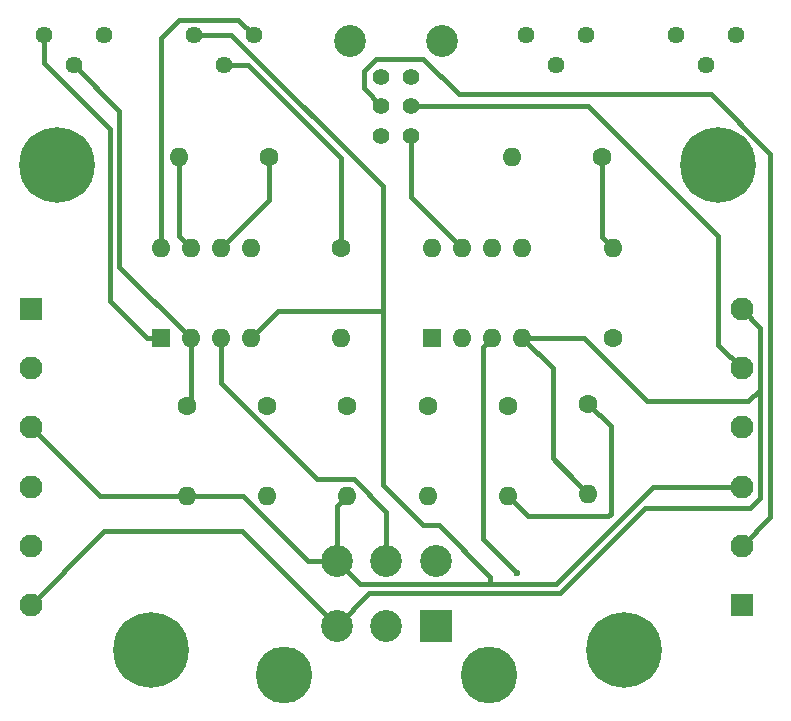
<source format=gtl>
%TF.GenerationSoftware,KiCad,Pcbnew,8.0.3*%
%TF.CreationDate,2024-07-01T16:11:10-07:00*%
%TF.ProjectId,gofaster,676f6661-7374-4657-922e-6b696361645f,rev?*%
%TF.SameCoordinates,Original*%
%TF.FileFunction,Copper,L1,Top*%
%TF.FilePolarity,Positive*%
%FSLAX46Y46*%
G04 Gerber Fmt 4.6, Leading zero omitted, Abs format (unit mm)*
G04 Created by KiCad (PCBNEW 8.0.3) date 2024-07-01 16:11:10*
%MOMM*%
%LPD*%
G01*
G04 APERTURE LIST*
%TA.AperFunction,ComponentPad*%
%ADD10C,1.600000*%
%TD*%
%TA.AperFunction,ComponentPad*%
%ADD11O,1.600000X1.600000*%
%TD*%
%TA.AperFunction,ComponentPad*%
%ADD12C,1.440000*%
%TD*%
%TA.AperFunction,ComponentPad*%
%ADD13R,1.950000X1.950000*%
%TD*%
%TA.AperFunction,ComponentPad*%
%ADD14C,1.950000*%
%TD*%
%TA.AperFunction,ComponentPad*%
%ADD15R,1.600000X1.600000*%
%TD*%
%TA.AperFunction,ComponentPad*%
%ADD16R,2.700000X2.700000*%
%TD*%
%TA.AperFunction,ComponentPad*%
%ADD17C,2.700000*%
%TD*%
%TA.AperFunction,ComponentPad*%
%ADD18C,4.800000*%
%TD*%
%TA.AperFunction,ComponentPad*%
%ADD19C,1.400000*%
%TD*%
%TA.AperFunction,ComponentPad*%
%ADD20C,6.400000*%
%TD*%
%TA.AperFunction,ViaPad*%
%ADD21C,0.600000*%
%TD*%
%TA.AperFunction,Conductor*%
%ADD22C,0.400000*%
%TD*%
G04 APERTURE END LIST*
D10*
%TO.P,R26,1*%
%TO.N,Net-(R25-Pad2)*%
X154100000Y-128630000D03*
D11*
%TO.P,R26,2*%
%TO.N,Net-(U2B--)*%
X154100000Y-121010000D03*
%TD*%
D12*
%TO.P,R15,1,1*%
%TO.N,/G1*%
X118590000Y-103000000D03*
%TO.P,R15,2,2*%
%TO.N,Net-(R15-Pad2)*%
X121130000Y-105540000D03*
%TO.P,R15,3,3*%
%TO.N,/V1*%
X123670000Y-103000000D03*
%TD*%
D13*
%TO.P,J3,1,Pin_1*%
%TO.N,/V1*%
X104852382Y-126200000D03*
D14*
%TO.P,J3,2,Pin_2*%
%TO.N,/S1_foot*%
X104852382Y-131200000D03*
%TO.P,J3,3,Pin_3*%
%TO.N,/G1*%
X104852382Y-136200000D03*
%TO.P,J3,4,Pin_4*%
%TO.N,/V2*%
X104852382Y-141200000D03*
%TO.P,J3,5,Pin_5*%
%TO.N,/S2_foot*%
X104852382Y-146200000D03*
%TO.P,J3,6,Pin_6*%
%TO.N,/G2*%
X104852382Y-151200000D03*
%TD*%
D15*
%TO.P,U2,1*%
%TO.N,Net-(R22-Pad1)*%
X138800000Y-128620000D03*
D11*
%TO.P,U2,2,-*%
%TO.N,Net-(U2A--)*%
X141340000Y-128620000D03*
%TO.P,U2,3,+*%
%TO.N,/S2*%
X143880000Y-128620000D03*
%TO.P,U2,4,V-*%
%TO.N,/G2*%
X146420000Y-128620000D03*
%TO.P,U2,5,+*%
%TO.N,Net-(U2B-+)*%
X146420000Y-121000000D03*
%TO.P,U2,6,-*%
%TO.N,Net-(U2B--)*%
X143880000Y-121000000D03*
%TO.P,U2,7*%
%TO.N,/S2_hand*%
X141340000Y-121000000D03*
%TO.P,U2,8,V+*%
%TO.N,/V2*%
X138800000Y-121000000D03*
%TD*%
D10*
%TO.P,R24,1*%
%TO.N,Net-(U2B-+)*%
X152000000Y-134190000D03*
D11*
%TO.P,R24,2*%
%TO.N,/G2*%
X152000000Y-141810000D03*
%TD*%
D15*
%TO.P,U1,1*%
%TO.N,Net-(R12-Pad1)*%
X115800000Y-128620000D03*
D11*
%TO.P,U1,2,-*%
%TO.N,Net-(U1A--)*%
X118340000Y-128620000D03*
%TO.P,U1,3,+*%
%TO.N,/S1*%
X120880000Y-128620000D03*
%TO.P,U1,4,V-*%
%TO.N,/G1*%
X123420000Y-128620000D03*
%TO.P,U1,5,+*%
%TO.N,Net-(U1B-+)*%
X123420000Y-121000000D03*
%TO.P,U1,6,-*%
%TO.N,Net-(U1B--)*%
X120880000Y-121000000D03*
%TO.P,U1,7*%
%TO.N,/S1_hand*%
X118340000Y-121000000D03*
%TO.P,U1,8,V+*%
%TO.N,/V1*%
X115800000Y-121000000D03*
%TD*%
D10*
%TO.P,R11,1*%
%TO.N,Net-(U1A--)*%
X118000000Y-134380000D03*
D11*
%TO.P,R11,2*%
%TO.N,/G1*%
X118000000Y-142000000D03*
%TD*%
D12*
%TO.P,R12,1,1*%
%TO.N,Net-(R12-Pad1)*%
X105920000Y-103000000D03*
%TO.P,R12,2,2*%
%TO.N,Net-(U1A--)*%
X108460000Y-105540000D03*
%TO.P,R12,3,3*%
%TO.N,unconnected-(R12-Pad3)*%
X111000000Y-103000000D03*
%TD*%
%TO.P,R25,1,1*%
%TO.N,/G2*%
X159450000Y-103000000D03*
%TO.P,R25,2,2*%
%TO.N,Net-(R25-Pad2)*%
X161990000Y-105540000D03*
%TO.P,R25,3,3*%
%TO.N,/V2*%
X164530000Y-103000000D03*
%TD*%
D16*
%TO.P,J2,1,1*%
%TO.N,/V2*%
X139126191Y-153000000D03*
D17*
%TO.P,J2,2,2*%
%TO.N,/V1*%
X139126191Y-147500000D03*
%TO.P,J2,3,3*%
%TO.N,/S2*%
X134926191Y-153000000D03*
%TO.P,J2,4,4*%
%TO.N,/S1*%
X134926191Y-147500000D03*
%TO.P,J2,5,5*%
%TO.N,/G2*%
X130726191Y-153000000D03*
%TO.P,J2,6,6*%
%TO.N,/G1*%
X130726191Y-147500000D03*
D18*
%TO.P,J2,MH1,MH1*%
%TO.N,unconnected-(J2-PadMH1)*%
X126226191Y-157200000D03*
%TO.P,J2,MH2,MH2*%
%TO.N,unconnected-(J2-PadMH2)*%
X143626191Y-157200000D03*
%TD*%
D19*
%TO.P,SW1,1,A*%
%TO.N,/S1_foot*%
X134500000Y-106500000D03*
%TO.P,SW1,2,B*%
%TO.N,/S1_out*%
X134500000Y-109000000D03*
%TO.P,SW1,3,C*%
%TO.N,/S1_hand*%
X134500000Y-111500000D03*
%TO.P,SW1,4,A*%
%TO.N,/S2_foot*%
X137000000Y-106500000D03*
%TO.P,SW1,5,B*%
%TO.N,/S2_out*%
X137000000Y-109000000D03*
%TO.P,SW1,6,C*%
%TO.N,/S2_hand*%
X137000000Y-111500000D03*
D17*
%TO.P,SW1,MH1*%
%TO.N,N/C*%
X139650000Y-103450000D03*
%TO.P,SW1,MH2*%
X131850000Y-103450000D03*
%TD*%
D20*
%TO.P,REF\u002A\u002A,1*%
%TO.N,N/C*%
X163000000Y-114000000D03*
%TD*%
D10*
%TO.P,R17,1*%
%TO.N,Net-(U1B--)*%
X124950000Y-113300000D03*
D11*
%TO.P,R17,2*%
%TO.N,/S1_hand*%
X117330000Y-113300000D03*
%TD*%
D10*
%TO.P,R16,1*%
%TO.N,Net-(R15-Pad2)*%
X131100000Y-121010000D03*
D11*
%TO.P,R16,2*%
%TO.N,Net-(U1B--)*%
X131100000Y-128630000D03*
%TD*%
D10*
%TO.P,R21,1*%
%TO.N,Net-(U2A--)*%
X138400000Y-134380000D03*
D11*
%TO.P,R21,2*%
%TO.N,/G2*%
X138400000Y-142000000D03*
%TD*%
D20*
%TO.P,REF\u002A\u002A,1*%
%TO.N,N/C*%
X107000000Y-114000000D03*
%TD*%
D13*
%TO.P,J1,1,Pin_1*%
%TO.N,/V1*%
X165000000Y-151200000D03*
D14*
%TO.P,J1,2,Pin_2*%
%TO.N,/S1_out*%
X165000000Y-146200000D03*
%TO.P,J1,3,Pin_3*%
%TO.N,/G1*%
X165000000Y-141200000D03*
%TO.P,J1,4,Pin_4*%
%TO.N,/V2*%
X165000000Y-136200000D03*
%TO.P,J1,5,Pin_5*%
%TO.N,/S2_out*%
X165000000Y-131200000D03*
%TO.P,J1,6,Pin_6*%
%TO.N,/G2*%
X165000000Y-126200000D03*
%TD*%
D12*
%TO.P,R22,1,1*%
%TO.N,Net-(R22-Pad1)*%
X146780000Y-103000000D03*
%TO.P,R22,2,2*%
%TO.N,Net-(U2A--)*%
X149320000Y-105540000D03*
%TO.P,R22,3,3*%
%TO.N,unconnected-(R22-Pad3)*%
X151860000Y-103000000D03*
%TD*%
D20*
%TO.P,REF\u002A\u002A,1*%
%TO.N,N/C*%
X115000000Y-155000000D03*
%TD*%
D10*
%TO.P,R14,1*%
%TO.N,Net-(U1B-+)*%
X131600000Y-134380000D03*
D11*
%TO.P,R14,2*%
%TO.N,/G1*%
X131600000Y-142000000D03*
%TD*%
D10*
%TO.P,R27,1*%
%TO.N,Net-(U2B--)*%
X153140000Y-113300000D03*
D11*
%TO.P,R27,2*%
%TO.N,/S2_hand*%
X145520000Y-113300000D03*
%TD*%
D20*
%TO.P,REF\u002A\u002A,1*%
%TO.N,N/C*%
X155000000Y-155000000D03*
%TD*%
D10*
%TO.P,R23,1*%
%TO.N,Net-(R22-Pad1)*%
X145200000Y-134380000D03*
D11*
%TO.P,R23,2*%
%TO.N,Net-(U2B-+)*%
X145200000Y-142000000D03*
%TD*%
D10*
%TO.P,R13,1*%
%TO.N,Net-(R12-Pad1)*%
X124800000Y-134380000D03*
D11*
%TO.P,R13,2*%
%TO.N,Net-(U1B-+)*%
X124800000Y-142000000D03*
%TD*%
D21*
%TO.N,/S2*%
X146000000Y-148550000D03*
%TD*%
D22*
%TO.N,/V1*%
X123670000Y-103000000D02*
X122350000Y-101680000D01*
X117320000Y-101680000D02*
X115800000Y-103200000D01*
X115800000Y-103200000D02*
X115800000Y-121000000D01*
X122350000Y-101680000D02*
X117320000Y-101680000D01*
%TO.N,/G1*%
X110652382Y-142000000D02*
X104852382Y-136200000D01*
X130726191Y-147500000D02*
X130726191Y-142873809D01*
X134600000Y-126300000D02*
X134600000Y-141100000D01*
X132676191Y-149450000D02*
X143700000Y-149450000D01*
X130726191Y-147500000D02*
X128320101Y-147500000D01*
X128320101Y-147500000D02*
X122820101Y-142000000D01*
X121000000Y-142000000D02*
X118000000Y-142000000D01*
X118000000Y-142000000D02*
X110652382Y-142000000D01*
X138000000Y-144500000D02*
X139368629Y-144500000D01*
X134600000Y-126300000D02*
X125740000Y-126300000D01*
X130726191Y-142873809D02*
X131600000Y-142000000D01*
X157494618Y-141200000D02*
X165000000Y-141200000D01*
X130726191Y-147500000D02*
X132676191Y-149450000D01*
X143700000Y-148831371D02*
X143700000Y-149450000D01*
X125740000Y-126300000D02*
X123420000Y-128620000D01*
X121803238Y-103000000D02*
X134600000Y-115796762D01*
X118590000Y-103000000D02*
X121803238Y-103000000D01*
X149244618Y-149450000D02*
X157494618Y-141200000D01*
X143700000Y-149450000D02*
X149244618Y-149450000D01*
X134600000Y-141100000D02*
X138000000Y-144500000D01*
X134600000Y-115796762D02*
X134600000Y-126300000D01*
X139368629Y-144500000D02*
X143700000Y-148831371D01*
X122820101Y-142000000D02*
X121000000Y-142000000D01*
%TO.N,/G2*%
X165727387Y-143000000D02*
X166575000Y-142152387D01*
X156825988Y-143000000D02*
X165727387Y-143000000D01*
X166575000Y-127775000D02*
X165000000Y-126200000D01*
X107652382Y-148347618D02*
X111000000Y-145000000D01*
X104852382Y-151200000D02*
X107652382Y-148400000D01*
X166575000Y-133000000D02*
X166575000Y-127775000D01*
X130726191Y-153000000D02*
X133476191Y-150250000D01*
X152000000Y-141810000D02*
X149190000Y-139000000D01*
X122726191Y-145000000D02*
X130726191Y-153000000D01*
X166575000Y-142152387D02*
X166575000Y-133000000D01*
X149000000Y-138810000D02*
X149000000Y-131200000D01*
X151620000Y-128620000D02*
X157000000Y-134000000D01*
X149575988Y-150250000D02*
X156825988Y-143000000D01*
X149000000Y-131200000D02*
X146420000Y-128620000D01*
X146420000Y-128620000D02*
X151620000Y-128620000D01*
X111000000Y-145000000D02*
X122726191Y-145000000D01*
X165575000Y-134000000D02*
X166575000Y-133000000D01*
X157000000Y-134000000D02*
X165575000Y-134000000D01*
X152000000Y-141810000D02*
X149000000Y-138810000D01*
X107652382Y-148400000D02*
X107652382Y-148347618D01*
X133476191Y-150250000D02*
X149575988Y-150250000D01*
%TO.N,/S2*%
X143080001Y-129419999D02*
X143080001Y-145630001D01*
X143080001Y-145630001D02*
X146000000Y-148550000D01*
X143880000Y-128620000D02*
X143080001Y-129419999D01*
%TO.N,Net-(U1A--)*%
X118340000Y-134040000D02*
X118000000Y-134380000D01*
X112300000Y-109380000D02*
X112300000Y-122580000D01*
X118340000Y-128620000D02*
X118340000Y-134040000D01*
X108460000Y-105540000D02*
X112300000Y-109380000D01*
X112300000Y-122580000D02*
X118340000Y-128620000D01*
%TO.N,Net-(R12-Pad1)*%
X105920000Y-103000000D02*
X105920000Y-105320000D01*
X111500000Y-125500000D02*
X114620000Y-128620000D01*
X111500000Y-110900000D02*
X111500000Y-125500000D01*
X114620000Y-128620000D02*
X115800000Y-128620000D01*
X105920000Y-105320000D02*
X111500000Y-110900000D01*
%TO.N,Net-(R15-Pad2)*%
X123211868Y-105540000D02*
X121130000Y-105540000D01*
X131100000Y-113428132D02*
X123211868Y-105540000D01*
X131100000Y-121010000D02*
X131100000Y-113428132D01*
%TO.N,Net-(U1B--)*%
X124950000Y-116930000D02*
X120880000Y-121000000D01*
X124950000Y-113300000D02*
X124950000Y-116930000D01*
%TO.N,/S1_hand*%
X117330000Y-119990000D02*
X118340000Y-121000000D01*
X117330000Y-113300000D02*
X117330000Y-119990000D01*
%TO.N,Net-(U2B-+)*%
X153700000Y-143700000D02*
X153900000Y-143500000D01*
X146900000Y-143700000D02*
X153700000Y-143700000D01*
X153900000Y-136090000D02*
X152000000Y-134190000D01*
X153900000Y-143500000D02*
X153900000Y-136090000D01*
X145200000Y-142000000D02*
X146900000Y-143700000D01*
%TO.N,Net-(U2B--)*%
X153140000Y-113300000D02*
X153140000Y-120050000D01*
X153140000Y-120050000D02*
X154100000Y-121010000D01*
%TO.N,/S2_out*%
X163000000Y-129200000D02*
X165000000Y-131200000D01*
X137000000Y-109000000D02*
X152000000Y-109000000D01*
X163000000Y-120000000D02*
X163000000Y-129200000D01*
X152000000Y-109000000D02*
X163000000Y-120000000D01*
%TO.N,/S1_out*%
X141038478Y-108000000D02*
X138038478Y-105000000D01*
X133000000Y-106000000D02*
X133000000Y-107500000D01*
X138038478Y-105000000D02*
X134000000Y-105000000D01*
X134000000Y-105000000D02*
X133000000Y-106000000D01*
X167400000Y-113025988D02*
X162374012Y-108000000D01*
X165000000Y-146200000D02*
X167400000Y-143800000D01*
X167400000Y-143800000D02*
X167400000Y-113025988D01*
X162374012Y-108000000D02*
X141038478Y-108000000D01*
X133000000Y-107500000D02*
X134500000Y-109000000D01*
%TO.N,/S1*%
X120880000Y-132439899D02*
X129040101Y-140600000D01*
X132179899Y-140600000D02*
X134926191Y-143346292D01*
X120880000Y-128620000D02*
X120880000Y-132439899D01*
X129040101Y-140600000D02*
X132179899Y-140600000D01*
X134926191Y-143346292D02*
X134926191Y-147500000D01*
%TO.N,/S2_hand*%
X137000000Y-111500000D02*
X137000000Y-116660000D01*
X137000000Y-116660000D02*
X141340000Y-121000000D01*
%TD*%
M02*

</source>
